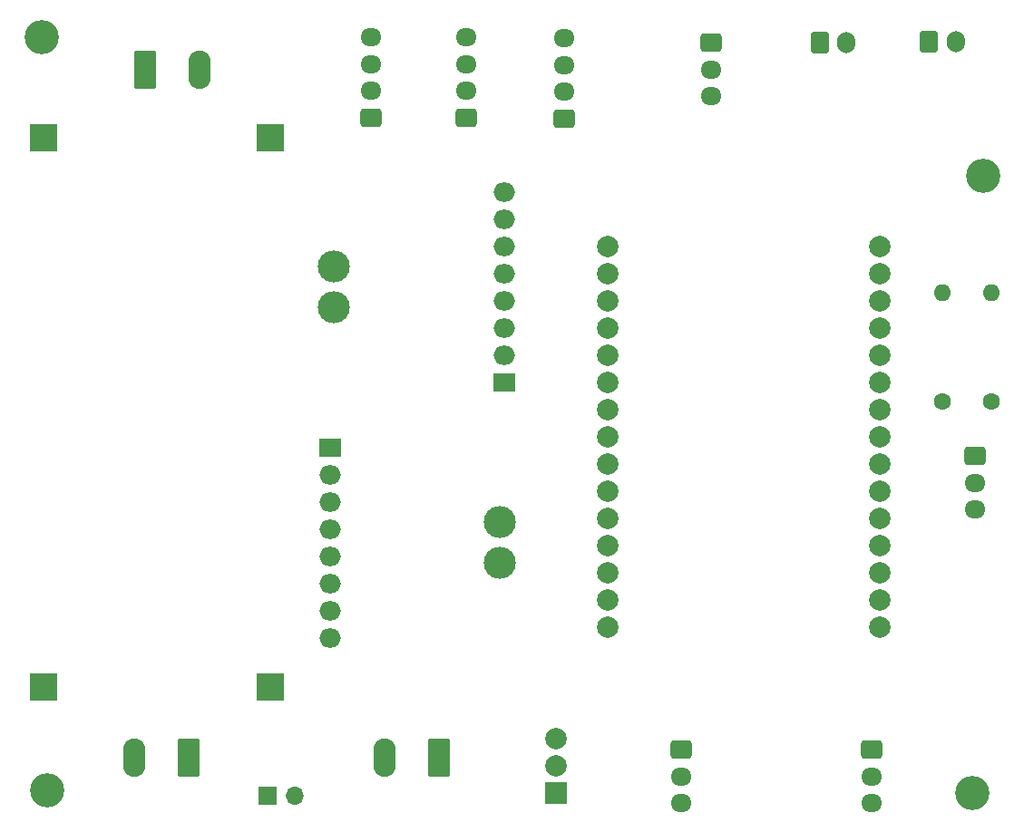
<source format=gbr>
%TF.GenerationSoftware,KiCad,Pcbnew,(6.0.5)*%
%TF.CreationDate,2023-04-02T11:03:44+02:00*%
%TF.ProjectId,sender_V1.01,73656e64-6572-45f5-9631-2e30312e6b69,rev?*%
%TF.SameCoordinates,Original*%
%TF.FileFunction,Soldermask,Top*%
%TF.FilePolarity,Negative*%
%FSLAX46Y46*%
G04 Gerber Fmt 4.6, Leading zero omitted, Abs format (unit mm)*
G04 Created by KiCad (PCBNEW (6.0.5)) date 2023-04-02 11:03:44*
%MOMM*%
%LPD*%
G01*
G04 APERTURE LIST*
G04 Aperture macros list*
%AMRoundRect*
0 Rectangle with rounded corners*
0 $1 Rounding radius*
0 $2 $3 $4 $5 $6 $7 $8 $9 X,Y pos of 4 corners*
0 Add a 4 corners polygon primitive as box body*
4,1,4,$2,$3,$4,$5,$6,$7,$8,$9,$2,$3,0*
0 Add four circle primitives for the rounded corners*
1,1,$1+$1,$2,$3*
1,1,$1+$1,$4,$5*
1,1,$1+$1,$6,$7*
1,1,$1+$1,$8,$9*
0 Add four rect primitives between the rounded corners*
20,1,$1+$1,$2,$3,$4,$5,0*
20,1,$1+$1,$4,$5,$6,$7,0*
20,1,$1+$1,$6,$7,$8,$9,0*
20,1,$1+$1,$8,$9,$2,$3,0*%
G04 Aperture macros list end*
%ADD10R,2.000000X1.800000*%
%ADD11O,2.000000X1.800000*%
%ADD12O,3.000000X3.000000*%
%ADD13RoundRect,0.250000X-0.600000X-0.750000X0.600000X-0.750000X0.600000X0.750000X-0.600000X0.750000X0*%
%ADD14O,1.700000X2.000000*%
%ADD15RoundRect,0.250000X-0.725000X0.600000X-0.725000X-0.600000X0.725000X-0.600000X0.725000X0.600000X0*%
%ADD16O,1.950000X1.700000*%
%ADD17R,1.700000X1.700000*%
%ADD18O,1.700000X1.700000*%
%ADD19C,3.200000*%
%ADD20C,1.600000*%
%ADD21O,1.600000X1.600000*%
%ADD22R,2.540000X2.540000*%
%ADD23RoundRect,0.250000X0.725000X-0.600000X0.725000X0.600000X-0.725000X0.600000X-0.725000X-0.600000X0*%
%ADD24C,2.000000*%
%ADD25RoundRect,0.249999X-0.790001X-1.550001X0.790001X-1.550001X0.790001X1.550001X-0.790001X1.550001X0*%
%ADD26O,2.080000X3.600000*%
%ADD27RoundRect,0.249999X0.790001X1.550001X-0.790001X1.550001X-0.790001X-1.550001X0.790001X-1.550001X0*%
%ADD28R,2.000000X2.000000*%
G04 APERTURE END LIST*
D10*
%TO.C,U1*%
X81280000Y-50038000D03*
D11*
X81280000Y-47498000D03*
X81280000Y-44958000D03*
X81280000Y-42418000D03*
X81280000Y-39878000D03*
X81280000Y-37338000D03*
X81280000Y-34798000D03*
X81280000Y-32258000D03*
D12*
X65405000Y-43053000D03*
X65405000Y-39243000D03*
%TD*%
D13*
%TO.C,J10*%
X110744000Y-18288000D03*
D14*
X113244000Y-18288000D03*
%TD*%
D15*
%TO.C,J9*%
X125239000Y-56936000D03*
D16*
X125239000Y-59436000D03*
X125239000Y-61936000D03*
%TD*%
D17*
%TO.C,SW1*%
X59177000Y-88646000D03*
D18*
X61717000Y-88646000D03*
%TD*%
D19*
%TO.C,H2*%
X38608000Y-88138000D03*
%TD*%
D20*
%TO.C,R1*%
X126746000Y-51816000D03*
D21*
X126746000Y-41656000D03*
%TD*%
D22*
%TO.C,DC-DC1*%
X38285000Y-78510000D03*
X59460000Y-78510000D03*
X38285000Y-27215000D03*
X59460000Y-27215000D03*
%TD*%
D23*
%TO.C,J12*%
X86868000Y-25400000D03*
D16*
X86868000Y-22900000D03*
X86868000Y-20400000D03*
X86868000Y-17900000D03*
%TD*%
D10*
%TO.C,U3*%
X65024000Y-56134000D03*
D11*
X65024000Y-58674000D03*
X65024000Y-61214000D03*
X65024000Y-63754000D03*
X65024000Y-66294000D03*
X65024000Y-68834000D03*
X65024000Y-71374000D03*
X65024000Y-73914000D03*
D12*
X80899000Y-63119000D03*
X80899000Y-66929000D03*
%TD*%
D24*
%TO.C,U2*%
X90932000Y-37338000D03*
X90932000Y-39878000D03*
X90932000Y-42418000D03*
X90932000Y-44958000D03*
X90932000Y-47498000D03*
X90932000Y-50038000D03*
X90932000Y-52578000D03*
X90932000Y-55118000D03*
X90932000Y-57658000D03*
X90932000Y-60198000D03*
X90932000Y-62738000D03*
X90932000Y-65278000D03*
X90932000Y-67818000D03*
X90932000Y-70358000D03*
X90932000Y-72898000D03*
X116332000Y-72898000D03*
X116332000Y-70358000D03*
X116332000Y-67818000D03*
X116332000Y-65278000D03*
X116332000Y-62738000D03*
X116332000Y-60198000D03*
X116332000Y-57658000D03*
X116332000Y-55118000D03*
X116332000Y-52578000D03*
X116332000Y-50038000D03*
X116332000Y-47498000D03*
X116332000Y-44958000D03*
X116332000Y-42418000D03*
X116332000Y-39878000D03*
X116332000Y-37338000D03*
%TD*%
D15*
%TO.C,J5*%
X115587000Y-84368000D03*
D16*
X115587000Y-86868000D03*
X115587000Y-89368000D03*
%TD*%
D15*
%TO.C,J6*%
X97807000Y-84368000D03*
D16*
X97807000Y-86868000D03*
X97807000Y-89368000D03*
%TD*%
D23*
%TO.C,J7*%
X77707000Y-25340000D03*
D16*
X77707000Y-22840000D03*
X77707000Y-20340000D03*
X77707000Y-17840000D03*
%TD*%
D23*
%TO.C,J4*%
X68817000Y-25340000D03*
D16*
X68817000Y-22840000D03*
X68817000Y-20340000D03*
X68817000Y-17840000D03*
%TD*%
D25*
%TO.C,J2*%
X47752000Y-20828000D03*
D26*
X52832000Y-20828000D03*
%TD*%
D19*
%TO.C,H4*%
X38100000Y-17780000D03*
%TD*%
%TO.C,H1*%
X124968000Y-88392000D03*
%TD*%
D27*
%TO.C,J1*%
X51816000Y-85129500D03*
D26*
X46736000Y-85129500D03*
%TD*%
D27*
%TO.C,J3*%
X75184000Y-85129500D03*
D26*
X70104000Y-85129500D03*
%TD*%
D20*
%TO.C,R2*%
X122174000Y-51816000D03*
D21*
X122174000Y-41656000D03*
%TD*%
D15*
%TO.C,J8*%
X100601000Y-18328000D03*
D16*
X100601000Y-20828000D03*
X100601000Y-23328000D03*
%TD*%
D28*
%TO.C,U4*%
X86106000Y-88392000D03*
D24*
X86106000Y-85852000D03*
X86106000Y-83312000D03*
%TD*%
D19*
%TO.C,H3*%
X125984000Y-30734000D03*
%TD*%
D13*
%TO.C,J11*%
X120924000Y-18271000D03*
D14*
X123424000Y-18271000D03*
%TD*%
M02*

</source>
